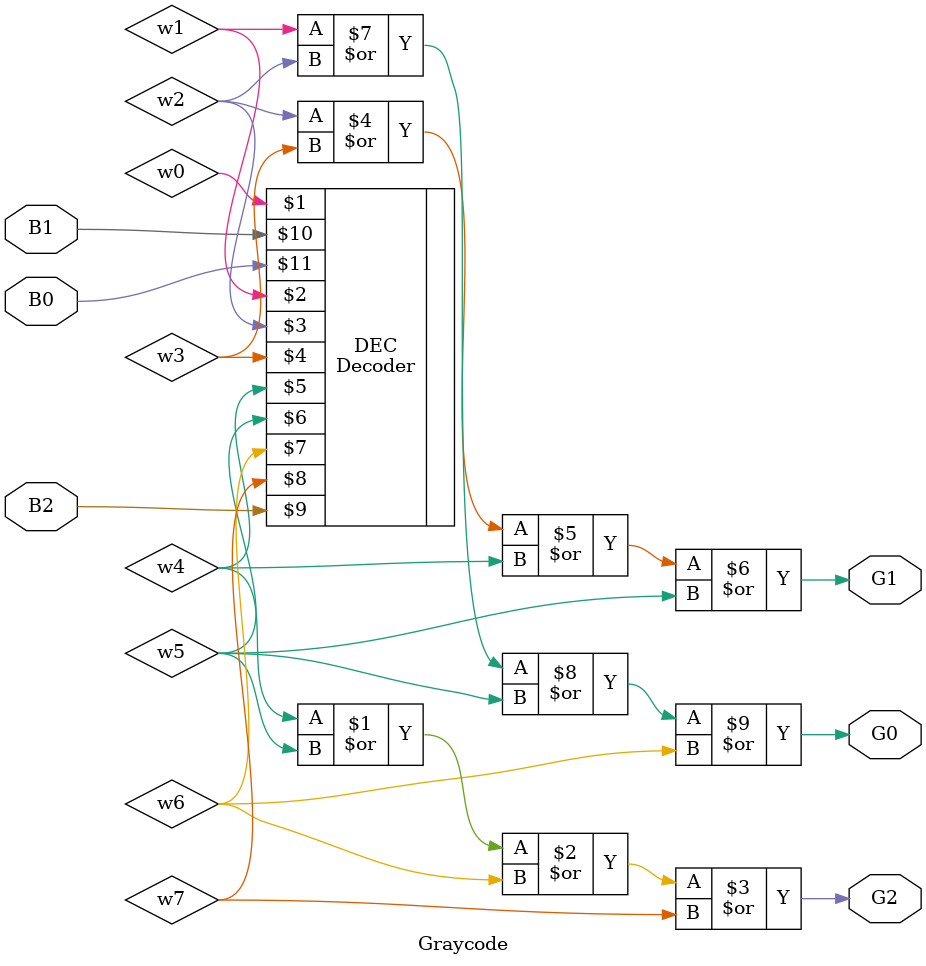
<source format=v>
`timescale 1ns / 1ps


module Graycode(
    output G2,
    output G1,
    output G0,
    input B2,
    input B1,
    input B0
    );
    
    wire w0,w1,w2,w3,w4,w5,w6,w7;
    
   Decoder DEC(w0,w1,w2,w3,w4,w5,w6,w7,B2,B1,B0);
   or OR1(G2,w4,w5,w6,w7);
   or OR2(G1,w2,w3,w4,w5);
   or OR3(G0,w1,w2,w5,w6);
endmodule

</source>
